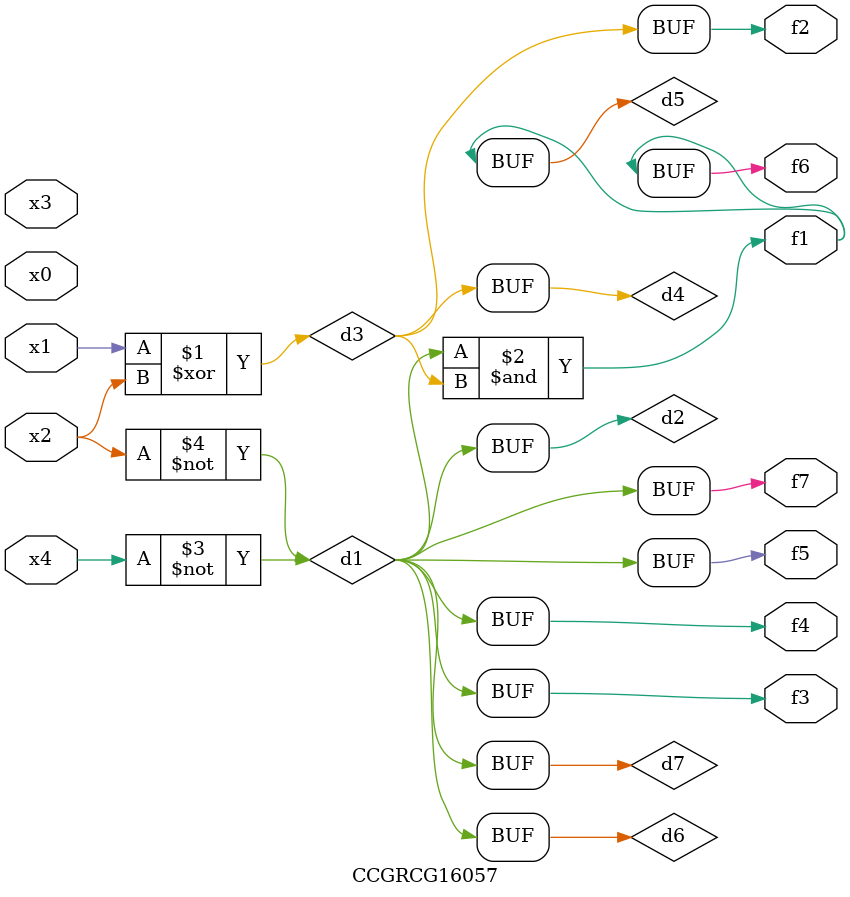
<source format=v>
module CCGRCG16057(
	input x0, x1, x2, x3, x4,
	output f1, f2, f3, f4, f5, f6, f7
);

	wire d1, d2, d3, d4, d5, d6, d7;

	not (d1, x4);
	not (d2, x2);
	xor (d3, x1, x2);
	buf (d4, d3);
	and (d5, d1, d3);
	buf (d6, d1, d2);
	buf (d7, d2);
	assign f1 = d5;
	assign f2 = d4;
	assign f3 = d7;
	assign f4 = d7;
	assign f5 = d7;
	assign f6 = d5;
	assign f7 = d7;
endmodule

</source>
